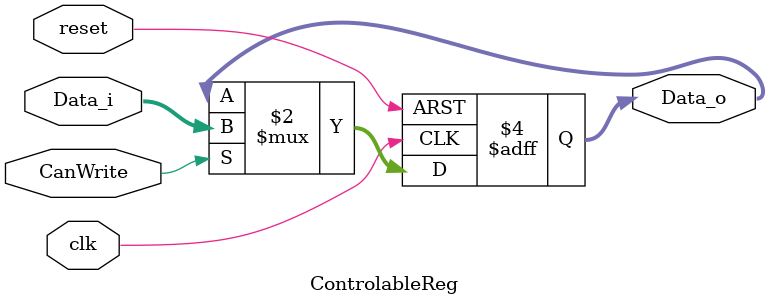
<source format=v>
`timescale 1ns / 1ps

module ControlableReg(reset, clk, CanWrite, Data_i, Data_o);

    parameter CAPACITY = 32;
    //Input Clock Signals
    input reset;
    input clk;
    input CanWrite;
    //Input Data
    input [CAPACITY - 1:0] Data_i;
    //Output Data
    output reg [CAPACITY - 1:0] Data_o;
    
    always@(posedge reset or posedge clk) begin
        if (reset) begin
            Data_o <= 32'h00000000;
        end else begin
            if (CanWrite) Data_o <= Data_i;
        end
    end
endmodule


</source>
